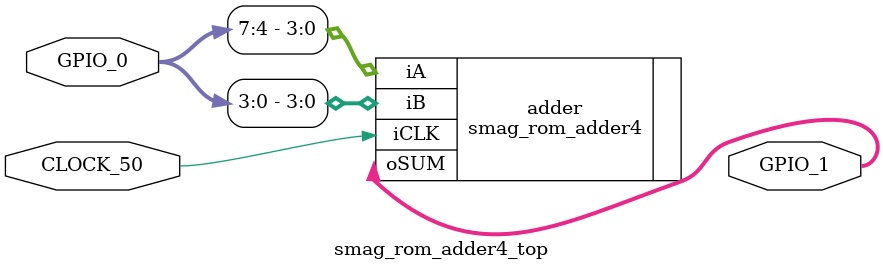
<source format=v>

module smag_rom_adder4_top
	(
		input wire CLOCK_50,
		input wire [7:0] GPIO_0,
		output wire [3:0] GPIO_1
	);

	smag_rom_adder4 adder
		(.iCLK(CLOCK_50), 
		 .iA(GPIO_0[7:4]), .iB(GPIO_0[3:0]),
		 .oSUM(GPIO_1[3:0]));
endmodule

</source>
